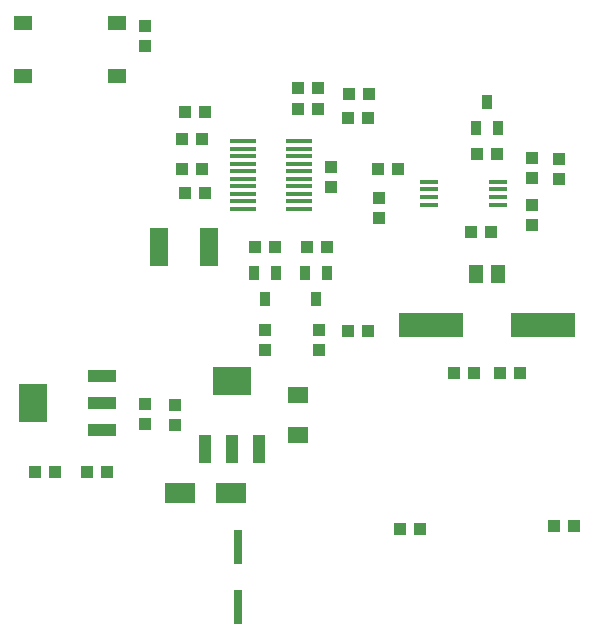
<source format=gtp>
G04*
G04 #@! TF.GenerationSoftware,Altium Limited,Altium Designer,18.1.9 (240)*
G04*
G04 Layer_Color=8421504*
%FSLAX24Y24*%
%MOIN*%
G70*
G01*
G75*
%ADD17R,0.0394X0.0433*%
%ADD18R,0.0433X0.0394*%
%ADD19R,0.0335X0.0512*%
%ADD20R,0.0591X0.0177*%
%ADD21R,0.0512X0.0591*%
%ADD22R,0.0709X0.0551*%
%ADD23R,0.0591X0.1260*%
%ADD24R,0.0945X0.1299*%
%ADD25R,0.0945X0.0394*%
%ADD26R,0.1043X0.0689*%
%ADD27R,0.0295X0.1181*%
%ADD28R,0.0610X0.0512*%
%ADD29O,0.0886X0.0157*%
%ADD30R,0.2165X0.0787*%
%ADD31R,0.0394X0.0945*%
%ADD32R,0.1299X0.0945*%
D17*
X12400Y14635D02*
D03*
Y13965D02*
D03*
X17500Y15969D02*
D03*
Y15300D02*
D03*
Y14400D02*
D03*
Y13731D02*
D03*
X10400Y9565D02*
D03*
Y10235D02*
D03*
X8600D02*
D03*
Y9565D02*
D03*
X10800Y15000D02*
D03*
Y15669D02*
D03*
X5600Y7065D02*
D03*
Y7735D02*
D03*
X4600Y7100D02*
D03*
Y7769D02*
D03*
X4600Y20383D02*
D03*
Y19714D02*
D03*
X18400Y15935D02*
D03*
Y15265D02*
D03*
D18*
X12365Y15600D02*
D03*
X13035D02*
D03*
X11400Y18100D02*
D03*
X12069D02*
D03*
X16335Y16100D02*
D03*
X15665D02*
D03*
X15465Y13500D02*
D03*
X16135D02*
D03*
X11365Y17300D02*
D03*
X12035D02*
D03*
X10369Y17600D02*
D03*
X9700D02*
D03*
X10369Y18300D02*
D03*
X9700D02*
D03*
X12035Y10200D02*
D03*
X11365D02*
D03*
X10000Y13000D02*
D03*
X10669D02*
D03*
X1600Y5500D02*
D03*
X931D02*
D03*
X8265Y13000D02*
D03*
X8935D02*
D03*
X3335Y5500D02*
D03*
X2665D02*
D03*
X6600Y17500D02*
D03*
X5931D02*
D03*
X6600Y14800D02*
D03*
X5931D02*
D03*
X5831Y15600D02*
D03*
X6500D02*
D03*
X5831Y16600D02*
D03*
X6500D02*
D03*
X13100Y3600D02*
D03*
X13769D02*
D03*
X18900Y3700D02*
D03*
X18231D02*
D03*
X14900Y8800D02*
D03*
X15569D02*
D03*
X17100D02*
D03*
X16431D02*
D03*
D19*
X16000Y17833D02*
D03*
X16374Y16967D02*
D03*
X15626D02*
D03*
X10300Y11267D02*
D03*
X9926Y12133D02*
D03*
X10674D02*
D03*
X8600Y11267D02*
D03*
X8226Y12133D02*
D03*
X8974D02*
D03*
D20*
X16342Y15184D02*
D03*
Y14928D02*
D03*
Y14672D02*
D03*
Y14416D02*
D03*
X14058D02*
D03*
Y14672D02*
D03*
Y14928D02*
D03*
Y15184D02*
D03*
D21*
X16374Y12100D02*
D03*
X15626D02*
D03*
D22*
X9700Y6731D02*
D03*
Y8069D02*
D03*
D23*
X5073Y13000D02*
D03*
X6727D02*
D03*
D24*
X858Y7800D02*
D03*
D25*
X3142Y8706D02*
D03*
Y7800D02*
D03*
Y6894D02*
D03*
D26*
X5754Y4800D02*
D03*
X7446D02*
D03*
D27*
X7700Y3000D02*
D03*
Y1000D02*
D03*
D28*
X3665Y18709D02*
D03*
X535D02*
D03*
Y20481D02*
D03*
X3665D02*
D03*
D29*
X7865Y16525D02*
D03*
Y16275D02*
D03*
Y16025D02*
D03*
Y15775D02*
D03*
Y15525D02*
D03*
Y15275D02*
D03*
Y15025D02*
D03*
Y14775D02*
D03*
Y14525D02*
D03*
Y14275D02*
D03*
X9735Y16525D02*
D03*
Y16275D02*
D03*
Y16025D02*
D03*
Y15775D02*
D03*
Y15525D02*
D03*
Y15275D02*
D03*
Y15025D02*
D03*
Y14775D02*
D03*
Y14525D02*
D03*
Y14275D02*
D03*
D30*
X14130Y10400D02*
D03*
X17870D02*
D03*
D31*
X6594Y6258D02*
D03*
X7500D02*
D03*
X8406D02*
D03*
D32*
X7500Y8542D02*
D03*
M02*

</source>
